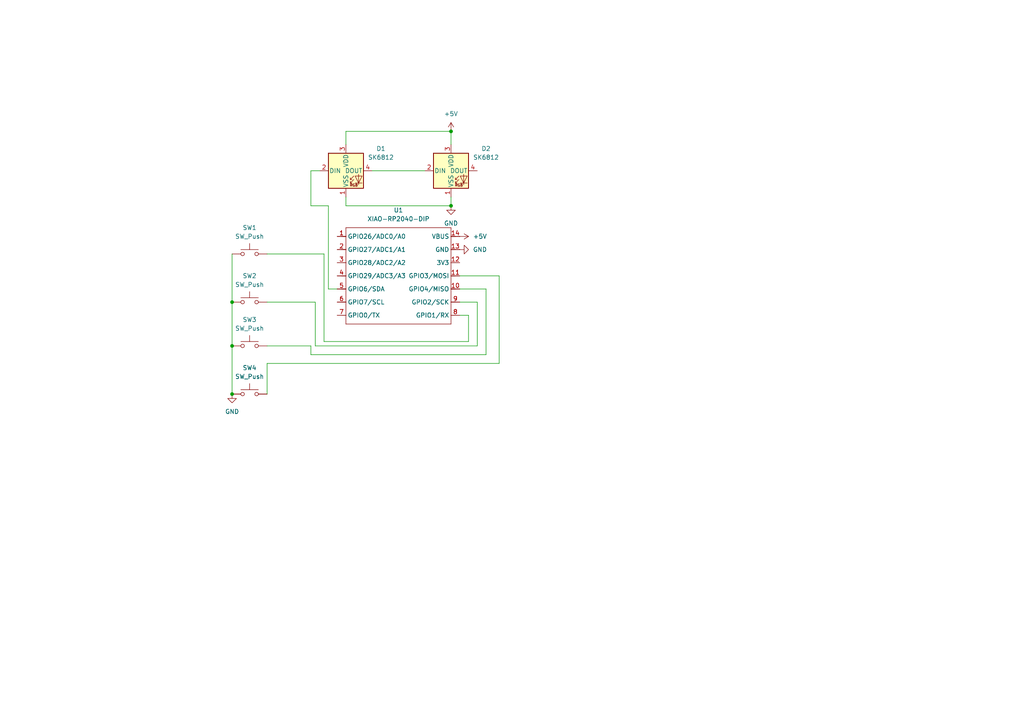
<source format=kicad_sch>
(kicad_sch
	(version 20250114)
	(generator "eeschema")
	(generator_version "9.0")
	(uuid "180e45a2-cbe3-43c9-8c2d-23fc14768ac9")
	(paper "A4")
	(lib_symbols
		(symbol "LED:SK6812"
			(pin_names
				(offset 0.254)
			)
			(exclude_from_sim no)
			(in_bom yes)
			(on_board yes)
			(property "Reference" "D"
				(at 5.08 5.715 0)
				(effects
					(font
						(size 1.27 1.27)
					)
					(justify right bottom)
				)
			)
			(property "Value" "SK6812"
				(at 1.27 -5.715 0)
				(effects
					(font
						(size 1.27 1.27)
					)
					(justify left top)
				)
			)
			(property "Footprint" "LED_SMD:LED_SK6812_PLCC4_5.0x5.0mm_P3.2mm"
				(at 1.27 -7.62 0)
				(effects
					(font
						(size 1.27 1.27)
					)
					(justify left top)
					(hide yes)
				)
			)
			(property "Datasheet" "https://cdn-shop.adafruit.com/product-files/1138/SK6812+LED+datasheet+.pdf"
				(at 2.54 -9.525 0)
				(effects
					(font
						(size 1.27 1.27)
					)
					(justify left top)
					(hide yes)
				)
			)
			(property "Description" "RGB LED with integrated controller"
				(at 0 0 0)
				(effects
					(font
						(size 1.27 1.27)
					)
					(hide yes)
				)
			)
			(property "ki_keywords" "RGB LED NeoPixel addressable"
				(at 0 0 0)
				(effects
					(font
						(size 1.27 1.27)
					)
					(hide yes)
				)
			)
			(property "ki_fp_filters" "LED*SK6812*PLCC*5.0x5.0mm*P3.2mm*"
				(at 0 0 0)
				(effects
					(font
						(size 1.27 1.27)
					)
					(hide yes)
				)
			)
			(symbol "SK6812_0_0"
				(text "RGB"
					(at 2.286 -4.191 0)
					(effects
						(font
							(size 0.762 0.762)
						)
					)
				)
			)
			(symbol "SK6812_0_1"
				(polyline
					(pts
						(xy 1.27 -2.54) (xy 1.778 -2.54)
					)
					(stroke
						(width 0)
						(type default)
					)
					(fill
						(type none)
					)
				)
				(polyline
					(pts
						(xy 1.27 -3.556) (xy 1.778 -3.556)
					)
					(stroke
						(width 0)
						(type default)
					)
					(fill
						(type none)
					)
				)
				(polyline
					(pts
						(xy 2.286 -1.524) (xy 1.27 -2.54) (xy 1.27 -2.032)
					)
					(stroke
						(width 0)
						(type default)
					)
					(fill
						(type none)
					)
				)
				(polyline
					(pts
						(xy 2.286 -2.54) (xy 1.27 -3.556) (xy 1.27 -3.048)
					)
					(stroke
						(width 0)
						(type default)
					)
					(fill
						(type none)
					)
				)
				(polyline
					(pts
						(xy 3.683 -1.016) (xy 3.683 -3.556) (xy 3.683 -4.064)
					)
					(stroke
						(width 0)
						(type default)
					)
					(fill
						(type none)
					)
				)
				(polyline
					(pts
						(xy 4.699 -1.524) (xy 2.667 -1.524) (xy 3.683 -3.556) (xy 4.699 -1.524)
					)
					(stroke
						(width 0)
						(type default)
					)
					(fill
						(type none)
					)
				)
				(polyline
					(pts
						(xy 4.699 -3.556) (xy 2.667 -3.556)
					)
					(stroke
						(width 0)
						(type default)
					)
					(fill
						(type none)
					)
				)
				(rectangle
					(start 5.08 5.08)
					(end -5.08 -5.08)
					(stroke
						(width 0.254)
						(type default)
					)
					(fill
						(type background)
					)
				)
			)
			(symbol "SK6812_1_1"
				(pin input line
					(at -7.62 0 0)
					(length 2.54)
					(name "DIN"
						(effects
							(font
								(size 1.27 1.27)
							)
						)
					)
					(number "2"
						(effects
							(font
								(size 1.27 1.27)
							)
						)
					)
				)
				(pin power_in line
					(at 0 7.62 270)
					(length 2.54)
					(name "VDD"
						(effects
							(font
								(size 1.27 1.27)
							)
						)
					)
					(number "3"
						(effects
							(font
								(size 1.27 1.27)
							)
						)
					)
				)
				(pin power_in line
					(at 0 -7.62 90)
					(length 2.54)
					(name "VSS"
						(effects
							(font
								(size 1.27 1.27)
							)
						)
					)
					(number "1"
						(effects
							(font
								(size 1.27 1.27)
							)
						)
					)
				)
				(pin output line
					(at 7.62 0 180)
					(length 2.54)
					(name "DOUT"
						(effects
							(font
								(size 1.27 1.27)
							)
						)
					)
					(number "4"
						(effects
							(font
								(size 1.27 1.27)
							)
						)
					)
				)
			)
			(embedded_fonts no)
		)
		(symbol "OPL Library:XIAO-RP2040-DIP"
			(exclude_from_sim no)
			(in_bom yes)
			(on_board yes)
			(property "Reference" "U"
				(at 0 0 0)
				(effects
					(font
						(size 1.27 1.27)
					)
				)
			)
			(property "Value" "XIAO-RP2040-DIP"
				(at 5.334 -1.778 0)
				(effects
					(font
						(size 1.27 1.27)
					)
				)
			)
			(property "Footprint" "Module:MOUDLE14P-XIAO-DIP-SMD"
				(at 14.478 -32.258 0)
				(effects
					(font
						(size 1.27 1.27)
					)
					(hide yes)
				)
			)
			(property "Datasheet" ""
				(at 0 0 0)
				(effects
					(font
						(size 1.27 1.27)
					)
					(hide yes)
				)
			)
			(property "Description" ""
				(at 0 0 0)
				(effects
					(font
						(size 1.27 1.27)
					)
					(hide yes)
				)
			)
			(symbol "XIAO-RP2040-DIP_1_0"
				(polyline
					(pts
						(xy -1.27 -2.54) (xy 29.21 -2.54)
					)
					(stroke
						(width 0.1524)
						(type solid)
					)
					(fill
						(type none)
					)
				)
				(polyline
					(pts
						(xy -1.27 -5.08) (xy -2.54 -5.08)
					)
					(stroke
						(width 0.1524)
						(type solid)
					)
					(fill
						(type none)
					)
				)
				(polyline
					(pts
						(xy -1.27 -5.08) (xy -1.27 -2.54)
					)
					(stroke
						(width 0.1524)
						(type solid)
					)
					(fill
						(type none)
					)
				)
				(polyline
					(pts
						(xy -1.27 -8.89) (xy -2.54 -8.89)
					)
					(stroke
						(width 0.1524)
						(type solid)
					)
					(fill
						(type none)
					)
				)
				(polyline
					(pts
						(xy -1.27 -8.89) (xy -1.27 -5.08)
					)
					(stroke
						(width 0.1524)
						(type solid)
					)
					(fill
						(type none)
					)
				)
				(polyline
					(pts
						(xy -1.27 -12.7) (xy -2.54 -12.7)
					)
					(stroke
						(width 0.1524)
						(type solid)
					)
					(fill
						(type none)
					)
				)
				(polyline
					(pts
						(xy -1.27 -12.7) (xy -1.27 -8.89)
					)
					(stroke
						(width 0.1524)
						(type solid)
					)
					(fill
						(type none)
					)
				)
				(polyline
					(pts
						(xy -1.27 -16.51) (xy -2.54 -16.51)
					)
					(stroke
						(width 0.1524)
						(type solid)
					)
					(fill
						(type none)
					)
				)
				(polyline
					(pts
						(xy -1.27 -16.51) (xy -1.27 -12.7)
					)
					(stroke
						(width 0.1524)
						(type solid)
					)
					(fill
						(type none)
					)
				)
				(polyline
					(pts
						(xy -1.27 -20.32) (xy -2.54 -20.32)
					)
					(stroke
						(width 0.1524)
						(type solid)
					)
					(fill
						(type none)
					)
				)
				(polyline
					(pts
						(xy -1.27 -24.13) (xy -2.54 -24.13)
					)
					(stroke
						(width 0.1524)
						(type solid)
					)
					(fill
						(type none)
					)
				)
				(polyline
					(pts
						(xy -1.27 -27.94) (xy -2.54 -27.94)
					)
					(stroke
						(width 0.1524)
						(type solid)
					)
					(fill
						(type none)
					)
				)
				(polyline
					(pts
						(xy -1.27 -30.48) (xy -1.27 -16.51)
					)
					(stroke
						(width 0.1524)
						(type solid)
					)
					(fill
						(type none)
					)
				)
				(polyline
					(pts
						(xy 29.21 -2.54) (xy 29.21 -5.08)
					)
					(stroke
						(width 0.1524)
						(type solid)
					)
					(fill
						(type none)
					)
				)
				(polyline
					(pts
						(xy 29.21 -5.08) (xy 29.21 -8.89)
					)
					(stroke
						(width 0.1524)
						(type solid)
					)
					(fill
						(type none)
					)
				)
				(polyline
					(pts
						(xy 29.21 -8.89) (xy 29.21 -12.7)
					)
					(stroke
						(width 0.1524)
						(type solid)
					)
					(fill
						(type none)
					)
				)
				(polyline
					(pts
						(xy 29.21 -12.7) (xy 29.21 -30.48)
					)
					(stroke
						(width 0.1524)
						(type solid)
					)
					(fill
						(type none)
					)
				)
				(polyline
					(pts
						(xy 29.21 -30.48) (xy -1.27 -30.48)
					)
					(stroke
						(width 0.1524)
						(type solid)
					)
					(fill
						(type none)
					)
				)
				(polyline
					(pts
						(xy 30.48 -5.08) (xy 29.21 -5.08)
					)
					(stroke
						(width 0.1524)
						(type solid)
					)
					(fill
						(type none)
					)
				)
				(polyline
					(pts
						(xy 30.48 -8.89) (xy 29.21 -8.89)
					)
					(stroke
						(width 0.1524)
						(type solid)
					)
					(fill
						(type none)
					)
				)
				(polyline
					(pts
						(xy 30.48 -12.7) (xy 29.21 -12.7)
					)
					(stroke
						(width 0.1524)
						(type solid)
					)
					(fill
						(type none)
					)
				)
				(polyline
					(pts
						(xy 30.48 -16.51) (xy 29.21 -16.51)
					)
					(stroke
						(width 0.1524)
						(type solid)
					)
					(fill
						(type none)
					)
				)
				(polyline
					(pts
						(xy 30.48 -20.32) (xy 29.21 -20.32)
					)
					(stroke
						(width 0.1524)
						(type solid)
					)
					(fill
						(type none)
					)
				)
				(polyline
					(pts
						(xy 30.48 -24.13) (xy 29.21 -24.13)
					)
					(stroke
						(width 0.1524)
						(type solid)
					)
					(fill
						(type none)
					)
				)
				(polyline
					(pts
						(xy 30.48 -27.94) (xy 29.21 -27.94)
					)
					(stroke
						(width 0.1524)
						(type solid)
					)
					(fill
						(type none)
					)
				)
				(pin passive line
					(at -3.81 -5.08 0)
					(length 2.54)
					(name "GPIO26/ADC0/A0"
						(effects
							(font
								(size 1.27 1.27)
							)
						)
					)
					(number "1"
						(effects
							(font
								(size 1.27 1.27)
							)
						)
					)
				)
				(pin passive line
					(at -3.81 -8.89 0)
					(length 2.54)
					(name "GPIO27/ADC1/A1"
						(effects
							(font
								(size 1.27 1.27)
							)
						)
					)
					(number "2"
						(effects
							(font
								(size 1.27 1.27)
							)
						)
					)
				)
				(pin passive line
					(at -3.81 -12.7 0)
					(length 2.54)
					(name "GPIO28/ADC2/A2"
						(effects
							(font
								(size 1.27 1.27)
							)
						)
					)
					(number "3"
						(effects
							(font
								(size 1.27 1.27)
							)
						)
					)
				)
				(pin passive line
					(at -3.81 -16.51 0)
					(length 2.54)
					(name "GPIO29/ADC3/A3"
						(effects
							(font
								(size 1.27 1.27)
							)
						)
					)
					(number "4"
						(effects
							(font
								(size 1.27 1.27)
							)
						)
					)
				)
				(pin passive line
					(at -3.81 -20.32 0)
					(length 2.54)
					(name "GPIO6/SDA"
						(effects
							(font
								(size 1.27 1.27)
							)
						)
					)
					(number "5"
						(effects
							(font
								(size 1.27 1.27)
							)
						)
					)
				)
				(pin passive line
					(at -3.81 -24.13 0)
					(length 2.54)
					(name "GPIO7/SCL"
						(effects
							(font
								(size 1.27 1.27)
							)
						)
					)
					(number "6"
						(effects
							(font
								(size 1.27 1.27)
							)
						)
					)
				)
				(pin passive line
					(at -3.81 -27.94 0)
					(length 2.54)
					(name "GPIO0/TX"
						(effects
							(font
								(size 1.27 1.27)
							)
						)
					)
					(number "7"
						(effects
							(font
								(size 1.27 1.27)
							)
						)
					)
				)
				(pin passive line
					(at 31.75 -5.08 180)
					(length 2.54)
					(name "VBUS"
						(effects
							(font
								(size 1.27 1.27)
							)
						)
					)
					(number "14"
						(effects
							(font
								(size 1.27 1.27)
							)
						)
					)
				)
				(pin passive line
					(at 31.75 -8.89 180)
					(length 2.54)
					(name "GND"
						(effects
							(font
								(size 1.27 1.27)
							)
						)
					)
					(number "13"
						(effects
							(font
								(size 1.27 1.27)
							)
						)
					)
				)
				(pin passive line
					(at 31.75 -12.7 180)
					(length 2.54)
					(name "3V3"
						(effects
							(font
								(size 1.27 1.27)
							)
						)
					)
					(number "12"
						(effects
							(font
								(size 1.27 1.27)
							)
						)
					)
				)
				(pin passive line
					(at 31.75 -16.51 180)
					(length 2.54)
					(name "GPIO3/MOSI"
						(effects
							(font
								(size 1.27 1.27)
							)
						)
					)
					(number "11"
						(effects
							(font
								(size 1.27 1.27)
							)
						)
					)
				)
				(pin passive line
					(at 31.75 -20.32 180)
					(length 2.54)
					(name "GPIO4/MISO"
						(effects
							(font
								(size 1.27 1.27)
							)
						)
					)
					(number "10"
						(effects
							(font
								(size 1.27 1.27)
							)
						)
					)
				)
				(pin passive line
					(at 31.75 -24.13 180)
					(length 2.54)
					(name "GPIO2/SCK"
						(effects
							(font
								(size 1.27 1.27)
							)
						)
					)
					(number "9"
						(effects
							(font
								(size 1.27 1.27)
							)
						)
					)
				)
				(pin passive line
					(at 31.75 -27.94 180)
					(length 2.54)
					(name "GPIO1/RX"
						(effects
							(font
								(size 1.27 1.27)
							)
						)
					)
					(number "8"
						(effects
							(font
								(size 1.27 1.27)
							)
						)
					)
				)
			)
			(embedded_fonts no)
		)
		(symbol "Switch:SW_Push"
			(pin_numbers
				(hide yes)
			)
			(pin_names
				(offset 1.016)
				(hide yes)
			)
			(exclude_from_sim no)
			(in_bom yes)
			(on_board yes)
			(property "Reference" "SW"
				(at 1.27 2.54 0)
				(effects
					(font
						(size 1.27 1.27)
					)
					(justify left)
				)
			)
			(property "Value" "SW_Push"
				(at 0 -1.524 0)
				(effects
					(font
						(size 1.27 1.27)
					)
				)
			)
			(property "Footprint" ""
				(at 0 5.08 0)
				(effects
					(font
						(size 1.27 1.27)
					)
					(hide yes)
				)
			)
			(property "Datasheet" "~"
				(at 0 5.08 0)
				(effects
					(font
						(size 1.27 1.27)
					)
					(hide yes)
				)
			)
			(property "Description" "Push button switch, generic, two pins"
				(at 0 0 0)
				(effects
					(font
						(size 1.27 1.27)
					)
					(hide yes)
				)
			)
			(property "ki_keywords" "switch normally-open pushbutton push-button"
				(at 0 0 0)
				(effects
					(font
						(size 1.27 1.27)
					)
					(hide yes)
				)
			)
			(symbol "SW_Push_0_1"
				(circle
					(center -2.032 0)
					(radius 0.508)
					(stroke
						(width 0)
						(type default)
					)
					(fill
						(type none)
					)
				)
				(polyline
					(pts
						(xy 0 1.27) (xy 0 3.048)
					)
					(stroke
						(width 0)
						(type default)
					)
					(fill
						(type none)
					)
				)
				(circle
					(center 2.032 0)
					(radius 0.508)
					(stroke
						(width 0)
						(type default)
					)
					(fill
						(type none)
					)
				)
				(polyline
					(pts
						(xy 2.54 1.27) (xy -2.54 1.27)
					)
					(stroke
						(width 0)
						(type default)
					)
					(fill
						(type none)
					)
				)
				(pin passive line
					(at -5.08 0 0)
					(length 2.54)
					(name "1"
						(effects
							(font
								(size 1.27 1.27)
							)
						)
					)
					(number "1"
						(effects
							(font
								(size 1.27 1.27)
							)
						)
					)
				)
				(pin passive line
					(at 5.08 0 180)
					(length 2.54)
					(name "2"
						(effects
							(font
								(size 1.27 1.27)
							)
						)
					)
					(number "2"
						(effects
							(font
								(size 1.27 1.27)
							)
						)
					)
				)
			)
			(embedded_fonts no)
		)
		(symbol "power:+5V"
			(power)
			(pin_numbers
				(hide yes)
			)
			(pin_names
				(offset 0)
				(hide yes)
			)
			(exclude_from_sim no)
			(in_bom yes)
			(on_board yes)
			(property "Reference" "#PWR"
				(at 0 -3.81 0)
				(effects
					(font
						(size 1.27 1.27)
					)
					(hide yes)
				)
			)
			(property "Value" "+5V"
				(at 0 3.556 0)
				(effects
					(font
						(size 1.27 1.27)
					)
				)
			)
			(property "Footprint" ""
				(at 0 0 0)
				(effects
					(font
						(size 1.27 1.27)
					)
					(hide yes)
				)
			)
			(property "Datasheet" ""
				(at 0 0 0)
				(effects
					(font
						(size 1.27 1.27)
					)
					(hide yes)
				)
			)
			(property "Description" "Power symbol creates a global label with name \"+5V\""
				(at 0 0 0)
				(effects
					(font
						(size 1.27 1.27)
					)
					(hide yes)
				)
			)
			(property "ki_keywords" "global power"
				(at 0 0 0)
				(effects
					(font
						(size 1.27 1.27)
					)
					(hide yes)
				)
			)
			(symbol "+5V_0_1"
				(polyline
					(pts
						(xy -0.762 1.27) (xy 0 2.54)
					)
					(stroke
						(width 0)
						(type default)
					)
					(fill
						(type none)
					)
				)
				(polyline
					(pts
						(xy 0 2.54) (xy 0.762 1.27)
					)
					(stroke
						(width 0)
						(type default)
					)
					(fill
						(type none)
					)
				)
				(polyline
					(pts
						(xy 0 0) (xy 0 2.54)
					)
					(stroke
						(width 0)
						(type default)
					)
					(fill
						(type none)
					)
				)
			)
			(symbol "+5V_1_1"
				(pin power_in line
					(at 0 0 90)
					(length 0)
					(name "~"
						(effects
							(font
								(size 1.27 1.27)
							)
						)
					)
					(number "1"
						(effects
							(font
								(size 1.27 1.27)
							)
						)
					)
				)
			)
			(embedded_fonts no)
		)
		(symbol "power:GND"
			(power)
			(pin_numbers
				(hide yes)
			)
			(pin_names
				(offset 0)
				(hide yes)
			)
			(exclude_from_sim no)
			(in_bom yes)
			(on_board yes)
			(property "Reference" "#PWR"
				(at 0 -6.35 0)
				(effects
					(font
						(size 1.27 1.27)
					)
					(hide yes)
				)
			)
			(property "Value" "GND"
				(at 0 -3.81 0)
				(effects
					(font
						(size 1.27 1.27)
					)
				)
			)
			(property "Footprint" ""
				(at 0 0 0)
				(effects
					(font
						(size 1.27 1.27)
					)
					(hide yes)
				)
			)
			(property "Datasheet" ""
				(at 0 0 0)
				(effects
					(font
						(size 1.27 1.27)
					)
					(hide yes)
				)
			)
			(property "Description" "Power symbol creates a global label with name \"GND\" , ground"
				(at 0 0 0)
				(effects
					(font
						(size 1.27 1.27)
					)
					(hide yes)
				)
			)
			(property "ki_keywords" "global power"
				(at 0 0 0)
				(effects
					(font
						(size 1.27 1.27)
					)
					(hide yes)
				)
			)
			(symbol "GND_0_1"
				(polyline
					(pts
						(xy 0 0) (xy 0 -1.27) (xy 1.27 -1.27) (xy 0 -2.54) (xy -1.27 -1.27) (xy 0 -1.27)
					)
					(stroke
						(width 0)
						(type default)
					)
					(fill
						(type none)
					)
				)
			)
			(symbol "GND_1_1"
				(pin power_in line
					(at 0 0 270)
					(length 0)
					(name "~"
						(effects
							(font
								(size 1.27 1.27)
							)
						)
					)
					(number "1"
						(effects
							(font
								(size 1.27 1.27)
							)
						)
					)
				)
			)
			(embedded_fonts no)
		)
	)
	(junction
		(at 67.31 100.33)
		(diameter 0)
		(color 0 0 0 0)
		(uuid "51383e39-fbfd-4e9c-80b1-bc7b067152f9")
	)
	(junction
		(at 130.81 59.69)
		(diameter 0)
		(color 0 0 0 0)
		(uuid "7aed44ba-04cf-4252-90c7-447fcf44ba83")
	)
	(junction
		(at 67.31 87.63)
		(diameter 0)
		(color 0 0 0 0)
		(uuid "81fdc88c-7c54-42fd-a74e-fcfbba36faa2")
	)
	(junction
		(at 67.31 114.3)
		(diameter 0)
		(color 0 0 0 0)
		(uuid "aea266e2-5912-44bf-af6e-297c735974c2")
	)
	(junction
		(at 130.81 38.1)
		(diameter 0)
		(color 0 0 0 0)
		(uuid "ff9ef703-d155-4c37-a443-da1f4cf22454")
	)
	(wire
		(pts
			(xy 130.81 59.69) (xy 100.33 59.69)
		)
		(stroke
			(width 0)
			(type default)
		)
		(uuid "1c019dd9-73d8-4ec2-bc14-3e6e62face0b")
	)
	(wire
		(pts
			(xy 130.81 57.15) (xy 130.81 59.69)
		)
		(stroke
			(width 0)
			(type default)
		)
		(uuid "2132840e-8ed4-4ade-a208-90ed81fc1dda")
	)
	(wire
		(pts
			(xy 77.47 114.3) (xy 77.47 105.41)
		)
		(stroke
			(width 0)
			(type default)
		)
		(uuid "24c650cb-98fd-465a-a29e-54e84fa188be")
	)
	(wire
		(pts
			(xy 95.25 59.69) (xy 90.17 59.69)
		)
		(stroke
			(width 0)
			(type default)
		)
		(uuid "2503f6a8-21b0-4e81-9252-cd5238d50712")
	)
	(wire
		(pts
			(xy 93.98 73.66) (xy 77.47 73.66)
		)
		(stroke
			(width 0)
			(type default)
		)
		(uuid "2593524b-28b5-4852-9e88-51263c539a72")
	)
	(wire
		(pts
			(xy 144.78 80.01) (xy 133.35 80.01)
		)
		(stroke
			(width 0)
			(type default)
		)
		(uuid "28f66a65-8aba-427b-9152-ce73ee2f154b")
	)
	(wire
		(pts
			(xy 90.17 100.33) (xy 90.17 102.87)
		)
		(stroke
			(width 0)
			(type default)
		)
		(uuid "3a44011e-4ab8-4f7e-a71b-41b36c0fee78")
	)
	(wire
		(pts
			(xy 144.78 105.41) (xy 144.78 80.01)
		)
		(stroke
			(width 0)
			(type default)
		)
		(uuid "3bbb4ee3-a95c-4d63-887f-2b2cc8598887")
	)
	(wire
		(pts
			(xy 67.31 73.66) (xy 67.31 87.63)
		)
		(stroke
			(width 0)
			(type default)
		)
		(uuid "4182cc59-8fb5-435b-8659-807742d79deb")
	)
	(wire
		(pts
			(xy 138.43 100.33) (xy 138.43 87.63)
		)
		(stroke
			(width 0)
			(type default)
		)
		(uuid "5465c3b4-093f-4206-92b2-6073d7723a49")
	)
	(wire
		(pts
			(xy 107.95 49.53) (xy 123.19 49.53)
		)
		(stroke
			(width 0)
			(type default)
		)
		(uuid "5ceff534-61d5-4c1f-bb6d-d85fac76bc6a")
	)
	(wire
		(pts
			(xy 100.33 41.91) (xy 100.33 38.1)
		)
		(stroke
			(width 0)
			(type default)
		)
		(uuid "5e527364-fbd9-4ebb-82d1-c4b7f9aa9086")
	)
	(wire
		(pts
			(xy 93.98 99.06) (xy 135.89 99.06)
		)
		(stroke
			(width 0)
			(type default)
		)
		(uuid "64b5c1bf-b1e2-4845-ac0f-2679fca7912e")
	)
	(wire
		(pts
			(xy 95.25 83.82) (xy 95.25 59.69)
		)
		(stroke
			(width 0)
			(type default)
		)
		(uuid "6f18bed0-5500-4a47-8e97-712a5011d03a")
	)
	(wire
		(pts
			(xy 91.44 100.33) (xy 138.43 100.33)
		)
		(stroke
			(width 0)
			(type default)
		)
		(uuid "709cf889-6ccc-43e4-9125-b22232082f90")
	)
	(wire
		(pts
			(xy 93.98 73.66) (xy 93.98 99.06)
		)
		(stroke
			(width 0)
			(type default)
		)
		(uuid "7243bd00-d7b1-477f-a1f1-470dbcf10bc6")
	)
	(wire
		(pts
			(xy 135.89 91.44) (xy 133.35 91.44)
		)
		(stroke
			(width 0)
			(type default)
		)
		(uuid "730eb410-77f6-4d52-9d41-d7f54aab6da8")
	)
	(wire
		(pts
			(xy 140.97 102.87) (xy 140.97 83.82)
		)
		(stroke
			(width 0)
			(type default)
		)
		(uuid "7ca4d67a-a556-4a01-a548-4886900ebb3a")
	)
	(wire
		(pts
			(xy 135.89 99.06) (xy 135.89 91.44)
		)
		(stroke
			(width 0)
			(type default)
		)
		(uuid "807ce7d2-ca12-49bd-b6d0-3cb5aec43752")
	)
	(wire
		(pts
			(xy 90.17 102.87) (xy 140.97 102.87)
		)
		(stroke
			(width 0)
			(type default)
		)
		(uuid "919ea5b6-4619-4cc7-beef-80d2f4aaa7fb")
	)
	(wire
		(pts
			(xy 97.79 83.82) (xy 95.25 83.82)
		)
		(stroke
			(width 0)
			(type default)
		)
		(uuid "9241fc75-7d7e-46cd-984e-4954c08ee960")
	)
	(wire
		(pts
			(xy 133.35 87.63) (xy 138.43 87.63)
		)
		(stroke
			(width 0)
			(type default)
		)
		(uuid "a0e956ac-36ee-4ab1-aa75-bfcb15788477")
	)
	(wire
		(pts
			(xy 77.47 105.41) (xy 144.78 105.41)
		)
		(stroke
			(width 0)
			(type default)
		)
		(uuid "a98d2e22-9a0b-4426-861f-4ec8c22fe210")
	)
	(wire
		(pts
			(xy 90.17 59.69) (xy 90.17 49.53)
		)
		(stroke
			(width 0)
			(type default)
		)
		(uuid "ab9b754c-65ff-40e2-8f13-475eb4257454")
	)
	(wire
		(pts
			(xy 91.44 87.63) (xy 91.44 100.33)
		)
		(stroke
			(width 0)
			(type default)
		)
		(uuid "af448ae3-5af4-4f5c-ab57-37df7343efe7")
	)
	(wire
		(pts
			(xy 133.35 83.82) (xy 140.97 83.82)
		)
		(stroke
			(width 0)
			(type default)
		)
		(uuid "b7525082-e9b5-4df5-b6bc-77ff76731917")
	)
	(wire
		(pts
			(xy 67.31 100.33) (xy 67.31 114.3)
		)
		(stroke
			(width 0)
			(type default)
		)
		(uuid "c2c87ad1-3afc-4492-a9c1-2ed31c8edb37")
	)
	(wire
		(pts
			(xy 130.81 38.1) (xy 130.81 41.91)
		)
		(stroke
			(width 0)
			(type default)
		)
		(uuid "cb4664a7-af8d-40e7-81f6-37dd910d6adb")
	)
	(wire
		(pts
			(xy 100.33 38.1) (xy 130.81 38.1)
		)
		(stroke
			(width 0)
			(type default)
		)
		(uuid "cb84408b-0074-4d63-bf37-3db95eb45cba")
	)
	(wire
		(pts
			(xy 77.47 87.63) (xy 91.44 87.63)
		)
		(stroke
			(width 0)
			(type default)
		)
		(uuid "d51fa08d-71a0-49b3-a812-427b329eb045")
	)
	(wire
		(pts
			(xy 67.31 87.63) (xy 67.31 100.33)
		)
		(stroke
			(width 0)
			(type default)
		)
		(uuid "da90e6a6-e616-4e34-835c-60caacb995b8")
	)
	(wire
		(pts
			(xy 90.17 49.53) (xy 92.71 49.53)
		)
		(stroke
			(width 0)
			(type default)
		)
		(uuid "df3fed34-e972-4b0e-a80b-23ac6500a1eb")
	)
	(wire
		(pts
			(xy 77.47 100.33) (xy 90.17 100.33)
		)
		(stroke
			(width 0)
			(type default)
		)
		(uuid "e021af35-ed94-4a1d-a3b0-b812dcf8ca06")
	)
	(wire
		(pts
			(xy 100.33 57.15) (xy 100.33 59.69)
		)
		(stroke
			(width 0)
			(type default)
		)
		(uuid "ebb98d26-7af5-4341-a579-7c03593ecf19")
	)
	(symbol
		(lib_id "Switch:SW_Push")
		(at 72.39 114.3 0)
		(unit 1)
		(exclude_from_sim no)
		(in_bom yes)
		(on_board yes)
		(dnp no)
		(fields_autoplaced yes)
		(uuid "02b61dfa-221d-4ea7-82ac-2bd40222f48e")
		(property "Reference" "SW4"
			(at 72.39 106.68 0)
			(effects
				(font
					(size 1.27 1.27)
				)
			)
		)
		(property "Value" "SW_Push"
			(at 72.39 109.22 0)
			(effects
				(font
					(size 1.27 1.27)
				)
			)
		)
		(property "Footprint" "Button_Switch_Keyboard:SW_Cherry_MX_1.00u_PCB"
			(at 72.39 109.22 0)
			(effects
				(font
					(size 1.27 1.27)
				)
				(hide yes)
			)
		)
		(property "Datasheet" "~"
			(at 72.39 109.22 0)
			(effects
				(font
					(size 1.27 1.27)
				)
				(hide yes)
			)
		)
		(property "Description" "Push button switch, generic, two pins"
			(at 72.39 114.3 0)
			(effects
				(font
					(size 1.27 1.27)
				)
				(hide yes)
			)
		)
		(pin "2"
			(uuid "0535fc71-075d-445b-8998-f8b3e52b9c0c")
		)
		(pin "1"
			(uuid "9b944d4d-a70d-477f-8850-baa1bd3dd293")
		)
		(instances
			(project ""
				(path "/180e45a2-cbe3-43c9-8c2d-23fc14768ac9"
					(reference "SW4")
					(unit 1)
				)
			)
		)
	)
	(symbol
		(lib_id "LED:SK6812")
		(at 100.33 49.53 0)
		(unit 1)
		(exclude_from_sim no)
		(in_bom yes)
		(on_board yes)
		(dnp no)
		(fields_autoplaced yes)
		(uuid "11f1c95c-6ea3-436d-a0d3-4ad02e5543b0")
		(property "Reference" "D1"
			(at 110.49 43.1098 0)
			(effects
				(font
					(size 1.27 1.27)
				)
			)
		)
		(property "Value" "SK6812"
			(at 110.49 45.6498 0)
			(effects
				(font
					(size 1.27 1.27)
				)
			)
		)
		(property "Footprint" "LED_SMD:LED_SK6812MINI_PLCC4_3.5x3.5mm_P1.75mm"
			(at 101.6 57.15 0)
			(effects
				(font
					(size 1.27 1.27)
				)
				(justify left top)
				(hide yes)
			)
		)
		(property "Datasheet" "https://cdn-shop.adafruit.com/product-files/1138/SK6812+LED+datasheet+.pdf"
			(at 102.87 59.055 0)
			(effects
				(font
					(size 1.27 1.27)
				)
				(justify left top)
				(hide yes)
			)
		)
		(property "Description" "RGB LED with integrated controller"
			(at 100.33 49.53 0)
			(effects
				(font
					(size 1.27 1.27)
				)
				(hide yes)
			)
		)
		(pin "1"
			(uuid "3b20315d-29e3-4d90-bdc7-2c2fee28ce9c")
		)
		(pin "2"
			(uuid "6bc42e89-eac7-4ec4-9d23-9729a57cb98e")
		)
		(pin "3"
			(uuid "26a752cd-f3eb-495e-b0f9-daca712066fa")
		)
		(pin "4"
			(uuid "2983bba5-d9f1-46e8-a018-b98e945d0890")
		)
		(instances
			(project ""
				(path "/180e45a2-cbe3-43c9-8c2d-23fc14768ac9"
					(reference "D1")
					(unit 1)
				)
			)
		)
	)
	(symbol
		(lib_id "power:+5V")
		(at 130.81 38.1 0)
		(unit 1)
		(exclude_from_sim no)
		(in_bom yes)
		(on_board yes)
		(dnp no)
		(fields_autoplaced yes)
		(uuid "3264ad38-6229-4806-8deb-404b44c87c70")
		(property "Reference" "#PWR04"
			(at 130.81 41.91 0)
			(effects
				(font
					(size 1.27 1.27)
				)
				(hide yes)
			)
		)
		(property "Value" "+5V"
			(at 130.81 33.02 0)
			(effects
				(font
					(size 1.27 1.27)
				)
			)
		)
		(property "Footprint" ""
			(at 130.81 38.1 0)
			(effects
				(font
					(size 1.27 1.27)
				)
				(hide yes)
			)
		)
		(property "Datasheet" ""
			(at 130.81 38.1 0)
			(effects
				(font
					(size 1.27 1.27)
				)
				(hide yes)
			)
		)
		(property "Description" "Power symbol creates a global label with name \"+5V\""
			(at 130.81 38.1 0)
			(effects
				(font
					(size 1.27 1.27)
				)
				(hide yes)
			)
		)
		(pin "1"
			(uuid "38cb76f6-9910-4f7e-8a28-18abd203d1f2")
		)
		(instances
			(project ""
				(path "/180e45a2-cbe3-43c9-8c2d-23fc14768ac9"
					(reference "#PWR04")
					(unit 1)
				)
			)
		)
	)
	(symbol
		(lib_id "Switch:SW_Push")
		(at 72.39 73.66 0)
		(unit 1)
		(exclude_from_sim no)
		(in_bom yes)
		(on_board yes)
		(dnp no)
		(uuid "3961c741-fd51-4d5b-8110-d3e3fb4a1dc6")
		(property "Reference" "SW1"
			(at 72.39 66.04 0)
			(effects
				(font
					(size 1.27 1.27)
				)
			)
		)
		(property "Value" "SW_Push"
			(at 72.39 68.58 0)
			(effects
				(font
					(size 1.27 1.27)
				)
			)
		)
		(property "Footprint" "Button_Switch_Keyboard:SW_Cherry_MX_1.00u_PCB"
			(at 72.39 68.58 0)
			(effects
				(font
					(size 1.27 1.27)
				)
				(hide yes)
			)
		)
		(property "Datasheet" "~"
			(at 72.39 68.58 0)
			(effects
				(font
					(size 1.27 1.27)
				)
				(hide yes)
			)
		)
		(property "Description" "Push button switch, generic, two pins"
			(at 72.39 73.66 0)
			(effects
				(font
					(size 1.27 1.27)
				)
				(hide yes)
			)
		)
		(pin "2"
			(uuid "2518a16f-6bda-49fb-bff6-d5493fa319c8")
		)
		(pin "1"
			(uuid "3202516f-1f0a-4e3a-9d53-861776d21953")
		)
		(instances
			(project ""
				(path "/180e45a2-cbe3-43c9-8c2d-23fc14768ac9"
					(reference "SW1")
					(unit 1)
				)
			)
		)
	)
	(symbol
		(lib_id "OPL Library:XIAO-RP2040-DIP")
		(at 101.6 63.5 0)
		(unit 1)
		(exclude_from_sim no)
		(in_bom yes)
		(on_board yes)
		(dnp no)
		(fields_autoplaced yes)
		(uuid "47ed52a5-8bb4-49dd-b7c3-a9a589abb539")
		(property "Reference" "U1"
			(at 115.57 60.96 0)
			(effects
				(font
					(size 1.27 1.27)
				)
			)
		)
		(property "Value" "XIAO-RP2040-DIP"
			(at 115.57 63.5 0)
			(effects
				(font
					(size 1.27 1.27)
				)
			)
		)
		(property "Footprint" "OPL Library:XIAO-RP2040-DIP"
			(at 116.078 95.758 0)
			(effects
				(font
					(size 1.27 1.27)
				)
				(hide yes)
			)
		)
		(property "Datasheet" ""
			(at 101.6 63.5 0)
			(effects
				(font
					(size 1.27 1.27)
				)
				(hide yes)
			)
		)
		(property "Description" ""
			(at 101.6 63.5 0)
			(effects
				(font
					(size 1.27 1.27)
				)
				(hide yes)
			)
		)
		(pin "3"
			(uuid "88602110-96c7-4076-be3e-4d3535e95bda")
		)
		(pin "10"
			(uuid "55a75c79-c2ae-40d8-ad7c-38cd95849025")
		)
		(pin "11"
			(uuid "17eaa1a6-dfd2-4646-bae2-763bda4ca8e6")
		)
		(pin "13"
			(uuid "f6765df3-c7a4-41bd-b706-3ac4f6266d7d")
		)
		(pin "2"
			(uuid "add9542e-8971-4ba6-aa8d-1aa1a07a0401")
		)
		(pin "4"
			(uuid "9239f926-d980-4231-b84d-1924aa8230d2")
		)
		(pin "1"
			(uuid "719bf0c2-863e-4abf-9b08-c20ab6b64fca")
		)
		(pin "7"
			(uuid "d3d58e4a-3593-4a09-bd5c-7ba61132820d")
		)
		(pin "5"
			(uuid "5277bc64-6a66-406c-a92f-3636512826f5")
		)
		(pin "6"
			(uuid "53dd0a1a-2fa0-4f40-a717-c417c8390986")
		)
		(pin "14"
			(uuid "257b9d01-c302-4c98-b0dd-b8aa3077d1c8")
		)
		(pin "12"
			(uuid "c44a2cc0-2474-4bef-b6a9-7cbf362edb54")
		)
		(pin "8"
			(uuid "fb13b26b-98d2-4947-a236-c40e7938f32e")
		)
		(pin "9"
			(uuid "94857634-95d0-4f99-b1fb-1c8d32058a3b")
		)
		(instances
			(project ""
				(path "/180e45a2-cbe3-43c9-8c2d-23fc14768ac9"
					(reference "U1")
					(unit 1)
				)
			)
		)
	)
	(symbol
		(lib_id "power:GND")
		(at 67.31 114.3 0)
		(unit 1)
		(exclude_from_sim no)
		(in_bom yes)
		(on_board yes)
		(dnp no)
		(fields_autoplaced yes)
		(uuid "484df635-659a-4b2c-9413-74f4d5bd1854")
		(property "Reference" "#PWR03"
			(at 67.31 120.65 0)
			(effects
				(font
					(size 1.27 1.27)
				)
				(hide yes)
			)
		)
		(property "Value" "GND"
			(at 67.31 119.38 0)
			(effects
				(font
					(size 1.27 1.27)
				)
			)
		)
		(property "Footprint" ""
			(at 67.31 114.3 0)
			(effects
				(font
					(size 1.27 1.27)
				)
				(hide yes)
			)
		)
		(property "Datasheet" ""
			(at 67.31 114.3 0)
			(effects
				(font
					(size 1.27 1.27)
				)
				(hide yes)
			)
		)
		(property "Description" "Power symbol creates a global label with name \"GND\" , ground"
			(at 67.31 114.3 0)
			(effects
				(font
					(size 1.27 1.27)
				)
				(hide yes)
			)
		)
		(pin "1"
			(uuid "6fc75ad5-df53-499b-8fbc-99dfb9ceefbf")
		)
		(instances
			(project ""
				(path "/180e45a2-cbe3-43c9-8c2d-23fc14768ac9"
					(reference "#PWR03")
					(unit 1)
				)
			)
		)
	)
	(symbol
		(lib_id "power:GND")
		(at 133.35 72.39 90)
		(unit 1)
		(exclude_from_sim no)
		(in_bom yes)
		(on_board yes)
		(dnp no)
		(fields_autoplaced yes)
		(uuid "8679d88a-f45e-4671-990a-da4f114e6fe6")
		(property "Reference" "#PWR02"
			(at 139.7 72.39 0)
			(effects
				(font
					(size 1.27 1.27)
				)
				(hide yes)
			)
		)
		(property "Value" "GND"
			(at 137.16 72.3899 90)
			(effects
				(font
					(size 1.27 1.27)
				)
				(justify right)
			)
		)
		(property "Footprint" ""
			(at 133.35 72.39 0)
			(effects
				(font
					(size 1.27 1.27)
				)
				(hide yes)
			)
		)
		(property "Datasheet" ""
			(at 133.35 72.39 0)
			(effects
				(font
					(size 1.27 1.27)
				)
				(hide yes)
			)
		)
		(property "Description" "Power symbol creates a global label with name \"GND\" , ground"
			(at 133.35 72.39 0)
			(effects
				(font
					(size 1.27 1.27)
				)
				(hide yes)
			)
		)
		(pin "1"
			(uuid "3c97154d-b8c7-40ce-ba2d-484a4a19f8b4")
		)
		(instances
			(project ""
				(path "/180e45a2-cbe3-43c9-8c2d-23fc14768ac9"
					(reference "#PWR02")
					(unit 1)
				)
			)
		)
	)
	(symbol
		(lib_id "Switch:SW_Push")
		(at 72.39 100.33 0)
		(unit 1)
		(exclude_from_sim no)
		(in_bom yes)
		(on_board yes)
		(dnp no)
		(fields_autoplaced yes)
		(uuid "9f68c8b5-6eec-4593-a300-edc953e8b625")
		(property "Reference" "SW3"
			(at 72.39 92.71 0)
			(effects
				(font
					(size 1.27 1.27)
				)
			)
		)
		(property "Value" "SW_Push"
			(at 72.39 95.25 0)
			(effects
				(font
					(size 1.27 1.27)
				)
			)
		)
		(property "Footprint" "Button_Switch_Keyboard:SW_Cherry_MX_1.00u_PCB"
			(at 72.39 95.25 0)
			(effects
				(font
					(size 1.27 1.27)
				)
				(hide yes)
			)
		)
		(property "Datasheet" "~"
			(at 72.39 95.25 0)
			(effects
				(font
					(size 1.27 1.27)
				)
				(hide yes)
			)
		)
		(property "Description" "Push button switch, generic, two pins"
			(at 72.39 100.33 0)
			(effects
				(font
					(size 1.27 1.27)
				)
				(hide yes)
			)
		)
		(pin "1"
			(uuid "9b0ceace-b548-4930-b373-7e8796edc531")
		)
		(pin "2"
			(uuid "f3073073-92ef-4033-b5c8-2c0cacfc55bc")
		)
		(instances
			(project ""
				(path "/180e45a2-cbe3-43c9-8c2d-23fc14768ac9"
					(reference "SW3")
					(unit 1)
				)
			)
		)
	)
	(symbol
		(lib_id "power:+5V")
		(at 133.35 68.58 270)
		(unit 1)
		(exclude_from_sim no)
		(in_bom yes)
		(on_board yes)
		(dnp no)
		(fields_autoplaced yes)
		(uuid "a8ae2cb8-bca6-4285-9feb-de056540ad25")
		(property "Reference" "#PWR05"
			(at 129.54 68.58 0)
			(effects
				(font
					(size 1.27 1.27)
				)
				(hide yes)
			)
		)
		(property "Value" "+5V"
			(at 137.16 68.5799 90)
			(effects
				(font
					(size 1.27 1.27)
				)
				(justify left)
			)
		)
		(property "Footprint" ""
			(at 133.35 68.58 0)
			(effects
				(font
					(size 1.27 1.27)
				)
				(hide yes)
			)
		)
		(property "Datasheet" ""
			(at 133.35 68.58 0)
			(effects
				(font
					(size 1.27 1.27)
				)
				(hide yes)
			)
		)
		(property "Description" "Power symbol creates a global label with name \"+5V\""
			(at 133.35 68.58 0)
			(effects
				(font
					(size 1.27 1.27)
				)
				(hide yes)
			)
		)
		(pin "1"
			(uuid "723ce79b-6968-4c8c-b9cf-6d189c91e4bd")
		)
		(instances
			(project ""
				(path "/180e45a2-cbe3-43c9-8c2d-23fc14768ac9"
					(reference "#PWR05")
					(unit 1)
				)
			)
		)
	)
	(symbol
		(lib_id "Switch:SW_Push")
		(at 72.39 87.63 0)
		(unit 1)
		(exclude_from_sim no)
		(in_bom yes)
		(on_board yes)
		(dnp no)
		(fields_autoplaced yes)
		(uuid "b3dc1489-4256-4b0b-8418-d58954a2eeb2")
		(property "Reference" "SW2"
			(at 72.39 80.01 0)
			(effects
				(font
					(size 1.27 1.27)
				)
			)
		)
		(property "Value" "SW_Push"
			(at 72.39 82.55 0)
			(effects
				(font
					(size 1.27 1.27)
				)
			)
		)
		(property "Footprint" "Button_Switch_Keyboard:SW_Cherry_MX_1.00u_PCB"
			(at 72.39 82.55 0)
			(effects
				(font
					(size 1.27 1.27)
				)
				(hide yes)
			)
		)
		(property "Datasheet" "~"
			(at 72.39 82.55 0)
			(effects
				(font
					(size 1.27 1.27)
				)
				(hide yes)
			)
		)
		(property "Description" "Push button switch, generic, two pins"
			(at 72.39 87.63 0)
			(effects
				(font
					(size 1.27 1.27)
				)
				(hide yes)
			)
		)
		(pin "1"
			(uuid "4dfc6ad8-6c62-49a1-96b8-415118efb739")
		)
		(pin "2"
			(uuid "0432d7ea-2174-4989-9c33-6a69172a2dc4")
		)
		(instances
			(project ""
				(path "/180e45a2-cbe3-43c9-8c2d-23fc14768ac9"
					(reference "SW2")
					(unit 1)
				)
			)
		)
	)
	(symbol
		(lib_id "power:GND")
		(at 130.81 59.69 0)
		(unit 1)
		(exclude_from_sim no)
		(in_bom yes)
		(on_board yes)
		(dnp no)
		(fields_autoplaced yes)
		(uuid "bba1044c-4c5c-42d2-aca7-a85bfccd98d9")
		(property "Reference" "#PWR01"
			(at 130.81 66.04 0)
			(effects
				(font
					(size 1.27 1.27)
				)
				(hide yes)
			)
		)
		(property "Value" "GND"
			(at 130.81 64.77 0)
			(effects
				(font
					(size 1.27 1.27)
				)
			)
		)
		(property "Footprint" ""
			(at 130.81 59.69 0)
			(effects
				(font
					(size 1.27 1.27)
				)
				(hide yes)
			)
		)
		(property "Datasheet" ""
			(at 130.81 59.69 0)
			(effects
				(font
					(size 1.27 1.27)
				)
				(hide yes)
			)
		)
		(property "Description" "Power symbol creates a global label with name \"GND\" , ground"
			(at 130.81 59.69 0)
			(effects
				(font
					(size 1.27 1.27)
				)
				(hide yes)
			)
		)
		(pin "1"
			(uuid "2a2b357a-68da-4b63-a8d9-00a241be99cc")
		)
		(instances
			(project ""
				(path "/180e45a2-cbe3-43c9-8c2d-23fc14768ac9"
					(reference "#PWR01")
					(unit 1)
				)
			)
		)
	)
	(symbol
		(lib_id "LED:SK6812")
		(at 130.81 49.53 0)
		(unit 1)
		(exclude_from_sim no)
		(in_bom yes)
		(on_board yes)
		(dnp no)
		(fields_autoplaced yes)
		(uuid "d8e181e0-a0e6-476d-b31c-48bcfa849a57")
		(property "Reference" "D2"
			(at 140.97 43.1098 0)
			(effects
				(font
					(size 1.27 1.27)
				)
			)
		)
		(property "Value" "SK6812"
			(at 140.97 45.6498 0)
			(effects
				(font
					(size 1.27 1.27)
				)
			)
		)
		(property "Footprint" "LED_SMD:LED_SK6812MINI_PLCC4_3.5x3.5mm_P1.75mm"
			(at 132.08 57.15 0)
			(effects
				(font
					(size 1.27 1.27)
				)
				(justify left top)
				(hide yes)
			)
		)
		(property "Datasheet" "https://cdn-shop.adafruit.com/product-files/1138/SK6812+LED+datasheet+.pdf"
			(at 133.35 59.055 0)
			(effects
				(font
					(size 1.27 1.27)
				)
				(justify left top)
				(hide yes)
			)
		)
		(property "Description" "RGB LED with integrated controller"
			(at 130.81 49.53 0)
			(effects
				(font
					(size 1.27 1.27)
				)
				(hide yes)
			)
		)
		(pin "3"
			(uuid "fb989267-5e54-43fc-a954-5ca4c621930b")
		)
		(pin "4"
			(uuid "e28c40d4-f0bf-4571-92e8-c1f29b78ead2")
		)
		(pin "2"
			(uuid "67bb42d9-b750-40ad-8129-f88f06f5c35f")
		)
		(pin "1"
			(uuid "b0f69aec-6a58-494d-aa9c-e52c80c6b625")
		)
		(instances
			(project ""
				(path "/180e45a2-cbe3-43c9-8c2d-23fc14768ac9"
					(reference "D2")
					(unit 1)
				)
			)
		)
	)
	(sheet_instances
		(path "/"
			(page "1")
		)
	)
	(embedded_fonts no)
)

</source>
